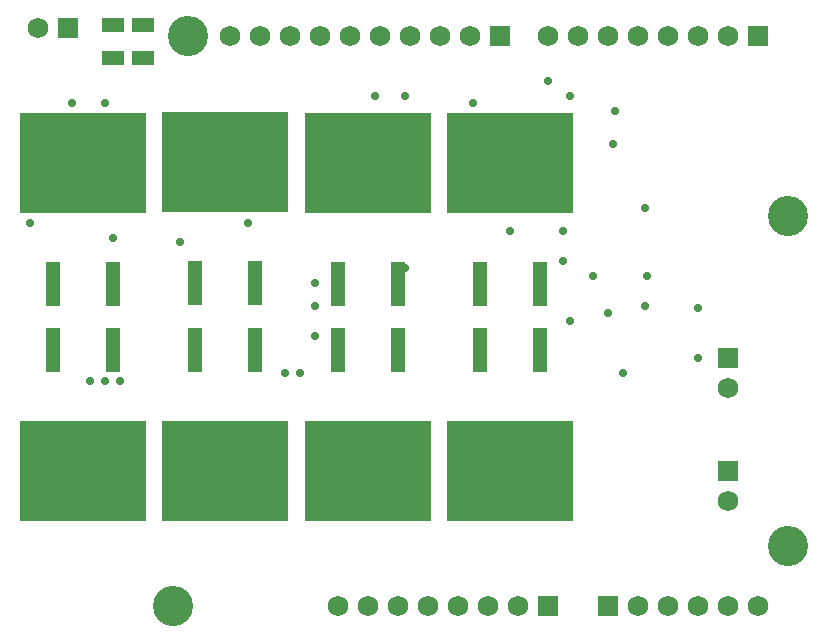
<source format=gbr>
%TF.GenerationSoftware,Altium Limited,Altium Designer,19.1.8 (144)*%
G04 Layer_Color=8388736*
%FSLAX26Y26*%
%MOIN*%
%TF.FileFunction,Soldermask,Top*%
%TF.Part,Single*%
G01*
G75*
%TA.AperFunction,ComponentPad*%
%ADD33C,0.069024*%
%ADD34R,0.069024X0.069024*%
%ADD35R,0.069024X0.069024*%
%ADD36C,0.068000*%
%ADD37R,0.068000X0.068000*%
%TA.AperFunction,ViaPad*%
%ADD38C,0.133984*%
%ADD39C,0.028000*%
%TA.AperFunction,SMDPad,CuDef*%
%ADD40R,0.074929X0.045402*%
%ADD41R,0.048000X0.145953*%
%ADD42R,0.420992X0.337921*%
D33*
X100000Y2025000D02*
D03*
X2400000Y825000D02*
D03*
Y450000D02*
D03*
D34*
X200000Y2025000D02*
D03*
D35*
X2400000Y925000D02*
D03*
Y550000D02*
D03*
D36*
X1600000Y100000D02*
D03*
X1700000D02*
D03*
X1100000D02*
D03*
X1200000D02*
D03*
X1300000D02*
D03*
X1400000D02*
D03*
X1500000D02*
D03*
X2300000Y2000000D02*
D03*
X2400000D02*
D03*
X1800000D02*
D03*
X1900000D02*
D03*
X2000000D02*
D03*
X2100000D02*
D03*
X2200000D02*
D03*
X740000D02*
D03*
X840000D02*
D03*
X940000D02*
D03*
X1040000D02*
D03*
X1140000D02*
D03*
X1240000D02*
D03*
X1340000D02*
D03*
X1440000D02*
D03*
X1540000D02*
D03*
X2500000Y100000D02*
D03*
X2400000D02*
D03*
X2300000D02*
D03*
X2200000D02*
D03*
X2100000D02*
D03*
D37*
X1800000D02*
D03*
X2500000Y2000000D02*
D03*
X1640000D02*
D03*
X2000000Y100000D02*
D03*
D38*
X600000Y2000000D02*
D03*
X550000Y100000D02*
D03*
X2600000Y1400000D02*
D03*
Y300000D02*
D03*
D39*
X975000Y875000D02*
D03*
X1100000Y900000D02*
D03*
Y950000D02*
D03*
Y1000000D02*
D03*
X925000Y875000D02*
D03*
X375000Y850000D02*
D03*
X325000D02*
D03*
X275000D02*
D03*
X150000Y1000000D02*
D03*
Y900000D02*
D03*
Y950000D02*
D03*
X2125000Y1100000D02*
D03*
X2300000Y1092913D02*
D03*
Y925000D02*
D03*
X2000000Y1075000D02*
D03*
X2049497Y875000D02*
D03*
X1025000Y1100000D02*
D03*
Y1175000D02*
D03*
Y1000000D02*
D03*
Y1525000D02*
D03*
Y1475000D02*
D03*
Y1425000D02*
D03*
Y600000D02*
D03*
Y650000D02*
D03*
Y700000D02*
D03*
X550000Y575000D02*
D03*
Y625000D02*
D03*
Y675000D02*
D03*
Y1650000D02*
D03*
X425000Y600000D02*
D03*
Y650000D02*
D03*
Y700000D02*
D03*
Y1425000D02*
D03*
Y1475000D02*
D03*
Y1525000D02*
D03*
X1325000Y1225000D02*
D03*
X575000Y1313284D02*
D03*
X75000Y1375000D02*
D03*
X1675000Y1350000D02*
D03*
X1875000Y1050000D02*
D03*
X1775000Y1150000D02*
D03*
Y1200000D02*
D03*
X800000Y1375000D02*
D03*
X1225000Y1800000D02*
D03*
X1325000D02*
D03*
X2125000Y1425000D02*
D03*
X350000Y1325000D02*
D03*
X1550000Y1775000D02*
D03*
X1850000Y1350000D02*
D03*
Y1250000D02*
D03*
X1775000Y925000D02*
D03*
Y975000D02*
D03*
X825000Y900000D02*
D03*
Y975000D02*
D03*
X2025000Y1750000D02*
D03*
X1800000Y1850000D02*
D03*
X350000Y953543D02*
D03*
Y1000000D02*
D03*
X825000Y1175000D02*
D03*
X625000D02*
D03*
X2132087Y1197916D02*
D03*
X1950000Y1198032D02*
D03*
X1578543Y1171457D02*
D03*
X1100000Y1200000D02*
D03*
X212599Y1774016D02*
D03*
X325000Y1775000D02*
D03*
X1875000Y1800000D02*
D03*
X2017913Y1639583D02*
D03*
X150000Y1225000D02*
D03*
D40*
X450000Y2035236D02*
D03*
Y1925000D02*
D03*
X350000Y2035236D02*
D03*
Y1925000D02*
D03*
D41*
X1775000Y953543D02*
D03*
X1575000D02*
D03*
Y1171457D02*
D03*
X1775000D02*
D03*
X1300000Y953543D02*
D03*
X1100000D02*
D03*
Y1171457D02*
D03*
X1300000D02*
D03*
X825000Y953543D02*
D03*
X625000D02*
D03*
Y1175000D02*
D03*
X825000D02*
D03*
X350000Y953543D02*
D03*
X150000D02*
D03*
Y1171457D02*
D03*
X350000D02*
D03*
D42*
X1675000Y550000D02*
D03*
Y1575000D02*
D03*
X1200000Y550000D02*
D03*
Y1575000D02*
D03*
X725000Y550000D02*
D03*
Y1578543D02*
D03*
X250000Y550000D02*
D03*
Y1575000D02*
D03*
%TF.MD5,f338e7d8780be6734071b90f5614e681*%
M02*

</source>
